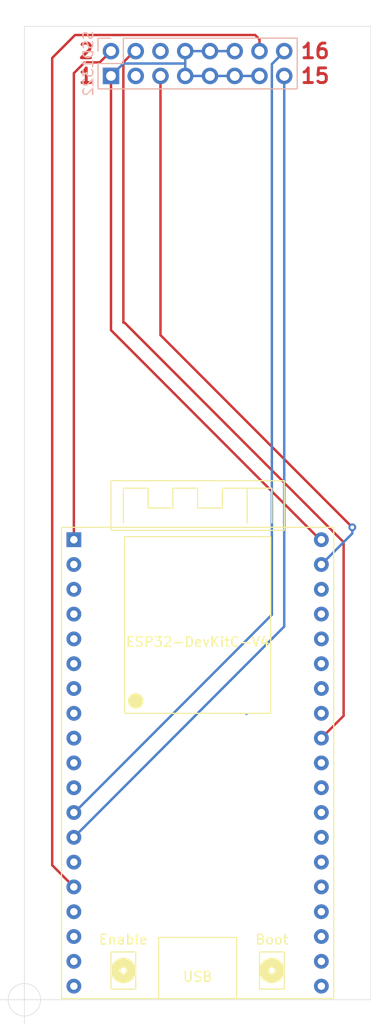
<source format=kicad_pcb>
(kicad_pcb (version 20171130) (host pcbnew 5.1.9)

  (general
    (thickness 1.6)
    (drawings 9)
    (tracks 36)
    (zones 0)
    (modules 2)
    (nets 1)
  )

  (page A4)
  (title_block
    (title Verbindungsplatine)
    (date 2021-03-26)
    (company "Oliver Jaksch")
  )

  (layers
    (0 F.Cu signal)
    (31 B.Cu signal)
    (32 B.Adhes user)
    (33 F.Adhes user)
    (34 B.Paste user)
    (35 F.Paste user)
    (36 B.SilkS user)
    (37 F.SilkS user)
    (38 B.Mask user)
    (39 F.Mask user)
    (40 Dwgs.User user)
    (41 Cmts.User user)
    (42 Eco1.User user)
    (43 Eco2.User user)
    (44 Edge.Cuts user)
    (45 Margin user)
    (46 B.CrtYd user)
    (47 F.CrtYd user)
    (48 B.Fab user)
    (49 F.Fab user)
  )

  (setup
    (last_trace_width 0.25)
    (trace_clearance 0.2)
    (zone_clearance 0.508)
    (zone_45_only no)
    (trace_min 0.2)
    (via_size 0.8)
    (via_drill 0.4)
    (via_min_size 0.4)
    (via_min_drill 0.3)
    (uvia_size 0.3)
    (uvia_drill 0.1)
    (uvias_allowed no)
    (uvia_min_size 0.2)
    (uvia_min_drill 0.1)
    (edge_width 0.05)
    (segment_width 0.2)
    (pcb_text_width 0.3)
    (pcb_text_size 1.5 1.5)
    (mod_edge_width 0.12)
    (mod_text_size 1 1)
    (mod_text_width 0.15)
    (pad_size 1.524 1.524)
    (pad_drill 0.762)
    (pad_to_mask_clearance 0)
    (aux_axis_origin 132.08 151.13)
    (grid_origin 132.08 151.13)
    (visible_elements FFFFFF7F)
    (pcbplotparams
      (layerselection 0x010fc_ffffffff)
      (usegerberextensions true)
      (usegerberattributes false)
      (usegerberadvancedattributes false)
      (creategerberjobfile false)
      (excludeedgelayer true)
      (linewidth 0.150000)
      (plotframeref false)
      (viasonmask false)
      (mode 1)
      (useauxorigin false)
      (hpglpennumber 1)
      (hpglpenspeed 20)
      (hpglpendiameter 15.000000)
      (psnegative false)
      (psa4output false)
      (plotreference true)
      (plotvalue true)
      (plotinvisibletext false)
      (padsonsilk true)
      (subtractmaskfromsilk false)
      (outputformat 1)
      (mirror false)
      (drillshape 0)
      (scaleselection 1)
      (outputdirectory "/tmp/x/pcbway"))
  )

  (net 0 "")

  (net_class Default "Dies ist die voreingestellte Netzklasse."
    (clearance 0.2)
    (trace_width 0.25)
    (via_dia 0.8)
    (via_drill 0.4)
    (uvia_dia 0.3)
    (uvia_drill 0.1)
  )

  (module _my_footprints:esp32_devkit_v4 (layer F.Cu) (tedit 6069B915) (tstamp 6069E94F)
    (at 149.86 104.013)
    (descr "ESPWROOM32, ESP32, 30 GPIOs version")
    (attr smd)
    (fp_text reference ESP32-DevKitC-V4 (at 0 10.47) (layer F.SilkS)
      (effects (font (size 1 1) (thickness 0.15)))
    )
    (fp_text value ESP32-DevKitC-V4 (at 0 8.7) (layer F.Fab)
      (effects (font (size 1 1) (thickness 0.15)))
    )
    (fp_circle (center 7.62 44.125) (end 7.92 44.125) (layer F.SilkS) (width 1))
    (fp_circle (center -7.62 44.125) (end -7.32 44.125) (layer F.SilkS) (width 1))
    (fp_line (start -6.35 42.22) (end -6.35 46.03) (layer F.SilkS) (width 0.12))
    (fp_line (start -8.89 42.22) (end -6.35 42.22) (layer F.SilkS) (width 0.12))
    (fp_line (start -8.89 46.03) (end -8.89 42.22) (layer F.SilkS) (width 0.12))
    (fp_line (start -6.35 46.03) (end -8.89 46.03) (layer F.SilkS) (width 0.12))
    (fp_line (start 6.35 46.03) (end 6.35 42.22) (layer F.SilkS) (width 0.12))
    (fp_line (start 8.89 46.03) (end 6.35 46.03) (layer F.SilkS) (width 0.12))
    (fp_line (start 8.89 42.22) (end 8.89 46.03) (layer F.SilkS) (width 0.12))
    (fp_line (start 6.35 42.22) (end 8.89 42.22) (layer F.SilkS) (width 0.12))
    (fp_circle (center -6.35 16.51) (end -5.95 16.51) (layer F.SilkS) (width 0.8))
    (fp_line (start -7.5 17.69) (end -7.5 -0.31) (layer F.SilkS) (width 0.12))
    (fp_line (start 7.5 17.78) (end -7.5 17.78) (layer F.SilkS) (width 0.12))
    (fp_line (start 7.5 -0.31) (end 7.5 17.69) (layer F.SilkS) (width 0.12))
    (fp_line (start -7.5 -0.31) (end 7.5 -0.31) (layer F.SilkS) (width 0.12))
    (fp_line (start 5.08 -5.278) (end 5.08 -1.722) (layer F.SilkS) (width 0.12))
    (fp_line (start 7.62 -5.278) (end 7.62 -1.722) (layer F.SilkS) (width 0.12))
    (fp_line (start 2.54 -5.278) (end 7.62 -5.278) (layer F.SilkS) (width 0.12))
    (fp_line (start 2.54 -3.246) (end 2.54 -5.278) (layer F.SilkS) (width 0.12))
    (fp_line (start 0 -3.246) (end 2.54 -3.246) (layer F.SilkS) (width 0.12))
    (fp_line (start 0 -5.278) (end 0 -3.246) (layer F.SilkS) (width 0.12))
    (fp_line (start -2.54 -5.278) (end 0 -5.278) (layer F.SilkS) (width 0.12))
    (fp_line (start -2.54 -3.246) (end -2.54 -5.278) (layer F.SilkS) (width 0.12))
    (fp_line (start -5.08 -3.246) (end -2.54 -3.246) (layer F.SilkS) (width 0.12))
    (fp_line (start -5.08 -5.278) (end -5.08 -3.246) (layer F.SilkS) (width 0.12))
    (fp_line (start -7.62 -5.278) (end -5.08 -5.278) (layer F.SilkS) (width 0.12))
    (fp_line (start -7.62 -1.722) (end -7.62 -5.278) (layer F.SilkS) (width 0.12))
    (fp_line (start -8.89 -0.96) (end -8.89 -6.04) (layer F.SilkS) (width 0.12))
    (fp_line (start 8.89 -0.96) (end -8.89 -0.96) (layer F.SilkS) (width 0.12))
    (fp_line (start 8.89 -6.04) (end 8.89 -0.96) (layer F.SilkS) (width 0.12))
    (fp_line (start -8.89 -6.04) (end 8.89 -6.04) (layer F.SilkS) (width 0.12))
    (fp_line (start -4 40.73) (end 4 40.73) (layer F.SilkS) (width 0.12))
    (fp_line (start 4 40.73) (end 4 46.99) (layer F.SilkS) (width 0.12))
    (fp_line (start -4 40.73) (end -4 46.99) (layer F.SilkS) (width 0.12))
    (fp_line (start -13.97 -1.27) (end 13.97 -1.27) (layer F.SilkS) (width 0.12))
    (fp_line (start -13.97 46.99) (end 13.97 46.99) (layer F.SilkS) (width 0.12))
    (fp_line (start -13.97 -1.27) (end -13.97 46.99) (layer F.SilkS) (width 0.12))
    (fp_line (start 13.97 46.99) (end 13.97 -1.27) (layer F.SilkS) (width 0.12))
    (fp_text user Enable (at -7.62 40.95) (layer F.SilkS)
      (effects (font (size 1 1) (thickness 0.15)))
    )
    (fp_text user Boot (at 7.62 40.95) (layer F.SilkS)
      (effects (font (size 1 1) (thickness 0.15)))
    )
    (fp_text user USB (at 0 44.76) (layer F.SilkS)
      (effects (font (size 1 1) (thickness 0.15)))
    )
    (pad 38 thru_hole circle (at 12.7 0) (size 1.524 1.524) (drill 0.762) (layers *.Cu *.Mask))
    (pad 37 thru_hole circle (at 12.7 2.54) (size 1.524 1.524) (drill 0.762) (layers *.Cu *.Mask))
    (pad 36 thru_hole circle (at 12.7 5.08) (size 1.524 1.524) (drill 0.762) (layers *.Cu *.Mask))
    (pad 35 thru_hole circle (at 12.7 7.62) (size 1.524 1.524) (drill 0.762) (layers *.Cu *.Mask))
    (pad 34 thru_hole circle (at 12.7 10.16) (size 1.524 1.524) (drill 0.762) (layers *.Cu *.Mask))
    (pad 33 thru_hole circle (at 12.7 12.7) (size 1.524 1.524) (drill 0.762) (layers *.Cu *.Mask))
    (pad 32 thru_hole circle (at 12.7 15.24) (size 1.524 1.524) (drill 0.762) (layers *.Cu *.Mask))
    (pad 31 thru_hole circle (at 12.7 17.78) (size 1.524 1.524) (drill 0.762) (layers *.Cu *.Mask))
    (pad 30 thru_hole circle (at 12.7 20.32) (size 1.524 1.524) (drill 0.762) (layers *.Cu *.Mask))
    (pad 29 thru_hole circle (at 12.7 22.86) (size 1.524 1.524) (drill 0.762) (layers *.Cu *.Mask))
    (pad 28 thru_hole circle (at 12.7 25.4) (size 1.524 1.524) (drill 0.762) (layers *.Cu *.Mask))
    (pad 27 thru_hole circle (at 12.7 27.94) (size 1.524 1.524) (drill 0.762) (layers *.Cu *.Mask))
    (pad 26 thru_hole circle (at 12.7 30.48) (size 1.524 1.524) (drill 0.762) (layers *.Cu *.Mask))
    (pad 25 thru_hole circle (at 12.7 33.02) (size 1.524 1.524) (drill 0.762) (layers *.Cu *.Mask))
    (pad 24 thru_hole circle (at 12.7 35.56) (size 1.524 1.524) (drill 0.762) (layers *.Cu *.Mask))
    (pad 15 thru_hole circle (at -12.7 35.56) (size 1.524 1.524) (drill 0.762) (layers *.Cu *.Mask))
    (pad 14 thru_hole circle (at -12.7 33.02) (size 1.524 1.524) (drill 0.762) (layers *.Cu *.Mask))
    (pad 13 thru_hole circle (at -12.7 30.48) (size 1.524 1.524) (drill 0.762) (layers *.Cu *.Mask))
    (pad 12 thru_hole circle (at -12.7 27.94) (size 1.524 1.524) (drill 0.762) (layers *.Cu *.Mask))
    (pad 11 thru_hole circle (at -12.7 25.4) (size 1.524 1.524) (drill 0.762) (layers *.Cu *.Mask))
    (pad 10 thru_hole circle (at -12.7 22.86) (size 1.524 1.524) (drill 0.762) (layers *.Cu *.Mask))
    (pad 9 thru_hole circle (at -12.7 20.32) (size 1.524 1.524) (drill 0.762) (layers *.Cu *.Mask))
    (pad 8 thru_hole circle (at -12.7 17.78) (size 1.524 1.524) (drill 0.762) (layers *.Cu *.Mask))
    (pad 7 thru_hole circle (at -12.7 15.24) (size 1.524 1.524) (drill 0.762) (layers *.Cu *.Mask))
    (pad 6 thru_hole circle (at -12.7 12.7) (size 1.524 1.524) (drill 0.762) (layers *.Cu *.Mask))
    (pad 5 thru_hole circle (at -12.7 10.16) (size 1.524 1.524) (drill 0.762) (layers *.Cu *.Mask))
    (pad 4 thru_hole circle (at -12.7 7.62) (size 1.524 1.524) (drill 0.762) (layers *.Cu *.Mask))
    (pad 3 thru_hole circle (at -12.7 5.08) (size 1.524 1.524) (drill 0.762) (layers *.Cu *.Mask))
    (pad 2 thru_hole circle (at -12.7 2.54) (size 1.524 1.524) (drill 0.762) (layers *.Cu *.Mask))
    (pad 1 thru_hole rect (at -12.7 0) (size 1.524 1.524) (drill 0.762) (layers *.Cu *.Mask))
    (pad 17 thru_hole circle (at -12.7 40.64) (size 1.524 1.524) (drill 0.762) (layers *.Cu *.Mask))
    (pad 18 thru_hole circle (at -12.7 43.18) (size 1.524 1.524) (drill 0.762) (layers *.Cu *.Mask))
    (pad 16 thru_hole circle (at -12.7 38.1) (size 1.524 1.524) (drill 0.762) (layers *.Cu *.Mask))
    (pad 19 thru_hole circle (at -12.7 45.72) (size 1.524 1.524) (drill 0.762) (layers *.Cu *.Mask))
    (pad 22 thru_hole circle (at 12.7 40.64) (size 1.524 1.524) (drill 0.762) (layers *.Cu *.Mask))
    (pad 20 thru_hole circle (at 12.7 45.72) (size 1.524 1.524) (drill 0.762) (layers *.Cu *.Mask))
    (pad 23 thru_hole circle (at 12.7 38.1) (size 1.524 1.524) (drill 0.762) (layers *.Cu *.Mask))
    (pad 21 thru_hole circle (at 12.7 43.18) (size 1.524 1.524) (drill 0.762) (layers *.Cu *.Mask))
    (model ${KISYS3DMOD}/Button_Switch_SMD.3dshapes/SW_SPST_B3U-1000P-B.wrl
      (offset (xyz 7.5 -43 4))
      (scale (xyz 1 1 1))
      (rotate (xyz 0 0 90))
    )
    (model ${KISYS3DMOD}/Button_Switch_SMD.3dshapes/SW_SPST_B3U-1000P-B.wrl
      (offset (xyz -7.5 -43 4))
      (scale (xyz 1 1 1))
      (rotate (xyz 0 0 90))
    )
    (model ${KISYS3DMOD}/Connector_PinHeader_2.54mm.3dshapes/PinHeader_1x15_P2.54mm_Vertical.wrl
      (offset (xyz -12.7 0 2.5))
      (scale (xyz 1 1 1))
      (rotate (xyz 0 180 0))
    )
    (model ${KISYS3DMOD}/Connector_PinHeader_2.54mm.3dshapes/PinHeader_1x15_P2.54mm_Vertical.wrl
      (offset (xyz 12.7 0 2.5))
      (scale (xyz 1 1 1))
      (rotate (xyz 0 180 0))
    )
    (model ${VL_PACKAGES3D}/esp32_devkit_v4.3dshapes/esp32_devkit_v4.step
      (offset (xyz -12.7 0 2.5))
      (scale (xyz 1 1 1))
      (rotate (xyz 0 0 0))
    )
    (model ${KISYS3DMOD}/Connector_USB.3dshapes/USB_Micro-B_Molex_47346-0001.wrl
      (offset (xyz 0 -42 4))
      (scale (xyz 1 1 1))
      (rotate (xyz 0 0 0))
    )
    (model ${KISYS3DMOD}/LED_SMD.3dshapes/LED_1206_3216Metric.wrl
      (offset (xyz -6 -23 4))
      (scale (xyz 1 1 1))
      (rotate (xyz 0 0 -90))
    )
    (model ${KISYS3DMOD}/LED_SMD.3dshapes/LED_1206_3216Metric.wrl
      (offset (xyz 6 -23 4))
      (scale (xyz 1 1 1))
      (rotate (xyz 0 0 -90))
    )
    (model ${KISYS3DMOD}/Capacitor_Tantalum_SMD.3dshapes/CP_EIA-2012-15_AVX-P.wrl
      (offset (xyz -6.5 -27.5 4))
      (scale (xyz 1 1 1))
      (rotate (xyz 0 0 0))
    )
    (model ${KISYS3DMOD}/Package_TO_SOT_SMD.3dshapes/SOT-223.wrl
      (offset (xyz -6 -33 4))
      (scale (xyz 1 1 1))
      (rotate (xyz 0 0 -180))
    )
    (model ${KISYS3DMOD}/Resistor_SMD.3dshapes/R_0603_1608Metric.wrl
      (offset (xyz -7 -38.5 4))
      (scale (xyz 1 1 1))
      (rotate (xyz 0 0 0))
    )
    (model ${KISYS3DMOD}/Resistor_SMD.3dshapes/R_0603_1608Metric.wrl
      (offset (xyz 8.5 -38.5 4))
      (scale (xyz 1 1 1))
      (rotate (xyz 0 0 0))
    )
    (model ${KISYS3DMOD}/Resistor_SMD.3dshapes/R_0603_1608Metric.wrl
      (offset (xyz 5.5 -38.5 4))
      (scale (xyz 1 1 1))
      (rotate (xyz 0 0 0))
    )
    (model ${KISYS3DMOD}/Package_TO_SOT_SMD.3dshapes/SOT-23.wrl
      (offset (xyz -0.5 -27.5 4))
      (scale (xyz 1 1 1))
      (rotate (xyz 0 0 0))
    )
    (model ${KISYS3DMOD}/Package_TO_SOT_SMD.3dshapes/SOT-23.wrl
      (offset (xyz 6 -27.5 4))
      (scale (xyz 1 1 1))
      (rotate (xyz 0 0 -180))
    )
    (model ${KISYS3DMOD}/Resistor_SMD.3dshapes/R_0603_1608Metric.wrl
      (offset (xyz 9 -27.5 4))
      (scale (xyz 1 1 1))
      (rotate (xyz 0 0 90))
    )
    (model ${KISYS3DMOD}/Resistor_SMD.3dshapes/R_0603_1608Metric.wrl
      (offset (xyz -3.5 -27.5 4))
      (scale (xyz 1 1 1))
      (rotate (xyz 0 0 90))
    )
    (model ${KISYS3DMOD}/Capacitor_SMD.3dshapes/C_0603_1608Metric.wrl
      (offset (xyz -0.5 -38.5 4))
      (scale (xyz 1 1 1))
      (rotate (xyz 0 0 0))
    )
    (model ${KISYS3DMOD}/Diode_SMD.3dshapes/D_0603_1608Metric.wrl
      (offset (xyz -3 -38.5 4))
      (scale (xyz 1 1 1))
      (rotate (xyz 0 0 0))
    )
    (model ${KISYS3DMOD}/Resistor_SMD.3dshapes/R_0603_1608Metric.wrl
      (offset (xyz -3 -23 4))
      (scale (xyz 1 1 1))
      (rotate (xyz 0 0 90))
    )
    (model ${KISYS3DMOD}/Resistor_SMD.3dshapes/R_0603_1608Metric.wrl
      (offset (xyz -1.5 -23 4))
      (scale (xyz 1 1 1))
      (rotate (xyz 0 0 90))
    )
    (model ${KISYS3DMOD}/Resistor_SMD.3dshapes/R_0603_1608Metric.wrl
      (offset (xyz 0 -23 4))
      (scale (xyz 1 1 1))
      (rotate (xyz 0 0 90))
    )
    (model ${KISYS3DMOD}/Resistor_SMD.3dshapes/R_0603_1608Metric.wrl
      (offset (xyz 1.5 -23 4))
      (scale (xyz 1 1 1))
      (rotate (xyz 0 0 90))
    )
    (model ${KISYS3DMOD}/Resistor_SMD.3dshapes/R_0603_1608Metric.wrl
      (offset (xyz 3 -23 4))
      (scale (xyz 1 1 1))
      (rotate (xyz 0 0 90))
    )
    (model ${KISYS3DMOD}/Package_DFN_QFN.3dshapes/QFN-28-1EP_5x5mm_P0.5mm_EP3.35x3.35mm.wrl
      (offset (xyz 7 -33.5 4))
      (scale (xyz 1 1 1))
      (rotate (xyz 0 0 0))
    )
    (model ${KISYS3DMOD}/Resistor_SMD.3dshapes/R_0603_1608Metric.wrl
      (offset (xyz 8.5 -22 4))
      (scale (xyz 1 1 1))
      (rotate (xyz 0 0 0))
    )
    (model ${KISYS3DMOD}/Resistor_SMD.3dshapes/R_0603_1608Metric.wrl
      (offset (xyz 8.5 -24 4))
      (scale (xyz 1 1 1))
      (rotate (xyz 0 0 0))
    )
    (model ${KISYS3DMOD}/Capacitor_SMD.3dshapes/C_0603_1608Metric.wrl
      (offset (xyz -8.5 -22 4))
      (scale (xyz 1 1 1))
      (rotate (xyz 0 0 0))
    )
    (model ${KISYS3DMOD}/Capacitor_SMD.3dshapes/C_0603_1608Metric.wrl
      (offset (xyz -8.5 -24 4))
      (scale (xyz 1 1 1))
      (rotate (xyz 0 0 0))
    )
    (model ${KISYS3DMOD}/RF_Module.3dshapes/ESP32-WROOM-32.wrl
      (offset (xyz 0 -10 4))
      (scale (xyz 1 1 1))
      (rotate (xyz 0 0 0))
    )
  )

  (module Pin_Headers:Pin_Header_Straight_2x08_Pitch2.54mm (layer B.Cu) (tedit 605C3FD7) (tstamp 605C3267)
    (at 140.97 53.975 270)
    (descr "Through hole straight pin header, 2x08, 2.54mm pitch, double rows")
    (tags "Through hole pin header THT 2x08 2.54mm double row")
    (fp_text reference SSD1322 (at 1.27 2.33 90) (layer B.SilkS)
      (effects (font (size 1 1) (thickness 0.15)) (justify mirror))
    )
    (fp_text value Pin_Header_2x08 (at 1.27 -20.11 90) (layer B.Fab)
      (effects (font (size 1 1) (thickness 0.15)) (justify mirror))
    )
    (fp_line (start 4.35 1.8) (end -1.8 1.8) (layer B.CrtYd) (width 0.05))
    (fp_line (start 4.35 -19.55) (end 4.35 1.8) (layer B.CrtYd) (width 0.05))
    (fp_line (start -1.8 -19.55) (end 4.35 -19.55) (layer B.CrtYd) (width 0.05))
    (fp_line (start -1.8 1.8) (end -1.8 -19.55) (layer B.CrtYd) (width 0.05))
    (fp_line (start -1.33 1.33) (end 0 1.33) (layer B.SilkS) (width 0.12))
    (fp_line (start -1.33 0) (end -1.33 1.33) (layer B.SilkS) (width 0.12))
    (fp_line (start 1.27 1.33) (end 3.87 1.33) (layer B.SilkS) (width 0.12))
    (fp_line (start 1.27 -1.27) (end 1.27 1.33) (layer B.SilkS) (width 0.12))
    (fp_line (start -1.33 -1.27) (end 1.27 -1.27) (layer B.SilkS) (width 0.12))
    (fp_line (start 3.87 1.33) (end 3.87 -19.11) (layer B.SilkS) (width 0.12))
    (fp_line (start -1.33 -1.27) (end -1.33 -19.11) (layer B.SilkS) (width 0.12))
    (fp_line (start -1.33 -19.11) (end 3.87 -19.11) (layer B.SilkS) (width 0.12))
    (fp_line (start -1.27 0) (end 0 1.27) (layer B.Fab) (width 0.1))
    (fp_line (start -1.27 -19.05) (end -1.27 0) (layer B.Fab) (width 0.1))
    (fp_line (start 3.81 -19.05) (end -1.27 -19.05) (layer B.Fab) (width 0.1))
    (fp_line (start 3.81 1.27) (end 3.81 -19.05) (layer B.Fab) (width 0.1))
    (fp_line (start 0 1.27) (end 3.81 1.27) (layer B.Fab) (width 0.1))
    (fp_text user %R (at 1.27 -8.89 180) (layer B.Fab)
      (effects (font (size 1 1) (thickness 0.15)) (justify mirror))
    )
    (pad 1 thru_hole rect (at 2.54 0 270) (size 1.7 1.7) (drill 1) (layers *.Cu *.Mask))
    (pad 2 thru_hole oval (at 0 0 270) (size 1.7 1.7) (drill 1) (layers *.Cu *.Mask))
    (pad 4 thru_hole oval (at 0 -2.54 270) (size 1.7 1.7) (drill 1) (layers *.Cu *.Mask))
    (pad 3 thru_hole oval (at 2.54 -2.54 270) (size 1.7 1.7) (drill 1) (layers *.Cu *.Mask))
    (pad 6 thru_hole oval (at 0 -5.08 270) (size 1.7 1.7) (drill 1) (layers *.Cu *.Mask))
    (pad 5 thru_hole oval (at 2.54 -5.08 270) (size 1.7 1.7) (drill 1) (layers *.Cu *.Mask))
    (pad 8 thru_hole oval (at 0 -7.62 270) (size 1.7 1.7) (drill 1) (layers *.Cu *.Mask))
    (pad 7 thru_hole oval (at 2.54 -7.62 270) (size 1.7 1.7) (drill 1) (layers *.Cu *.Mask))
    (pad 10 thru_hole oval (at 0 -10.16 270) (size 1.7 1.7) (drill 1) (layers *.Cu *.Mask))
    (pad 9 thru_hole oval (at 2.54 -10.16 270) (size 1.7 1.7) (drill 1) (layers *.Cu *.Mask))
    (pad 12 thru_hole oval (at 0 -12.7 270) (size 1.7 1.7) (drill 1) (layers *.Cu *.Mask))
    (pad 11 thru_hole oval (at 2.54 -12.7 270) (size 1.7 1.7) (drill 1) (layers *.Cu *.Mask))
    (pad 14 thru_hole oval (at 0 -15.24 270) (size 1.7 1.7) (drill 1) (layers *.Cu *.Mask))
    (pad 13 thru_hole oval (at 2.54 -15.24 270) (size 1.7 1.7) (drill 1) (layers *.Cu *.Mask))
    (pad 16 thru_hole oval (at 0 -17.78 270) (size 1.7 1.7) (drill 1) (layers *.Cu *.Mask))
    (pad 15 thru_hole oval (at 2.54 -17.78 270) (size 1.7 1.7) (drill 1) (layers *.Cu *.Mask))
    (model ${KISYS3DMOD}/Pin_Headers.3dshapes/Pin_Header_Straight_2x08_Pitch2.54mm.wrl
      (at (xyz 0 0 0))
      (scale (xyz 1 1 1))
      (rotate (xyz 0 0 0))
    )
  )

  (gr_line (start 167.64 151.13) (end 167.64 51.435) (layer Edge.Cuts) (width 0.05) (tstamp 605C8505))
  (gr_line (start 132.08 51.435) (end 132.08 151.13) (layer Edge.Cuts) (width 0.05) (tstamp 605C8503))
  (gr_line (start 167.64 51.435) (end 132.08 51.435) (layer Edge.Cuts) (width 0.05))
  (gr_line (start 132.08 151.13) (end 167.64 151.13) (layer Edge.Cuts) (width 0.05))
  (target plus (at 132.08 151.13) (size 5) (width 0.05) (layer Edge.Cuts) (tstamp 605C8403))
  (gr_text 16 (at 161.925 53.975) (layer F.Cu)
    (effects (font (size 1.5 1.5) (thickness 0.3)))
  )
  (gr_text 15 (at 161.925 56.515) (layer F.Cu)
    (effects (font (size 1.5 1.5) (thickness 0.3)))
  )
  (gr_text 2 (at 138.43 53.975) (layer F.Cu)
    (effects (font (size 1.5 1.5) (thickness 0.3)))
  )
  (gr_text 1 (at 138.43 56.515) (layer F.Cu)
    (effects (font (size 1.5 1.5) (thickness 0.3)))
  )

  (segment (start 156.21 56.515) (end 148.59 56.515) (width 0.25) (layer B.Cu) (net 0))
  (segment (start 148.59 53.975) (end 153.67 53.975) (width 0.25) (layer B.Cu) (net 0))
  (segment (start 140.97 82.55) (end 162.56 104.14) (width 0.25) (layer F.Cu) (net 0))
  (segment (start 140.97 56.515) (end 140.97 82.55) (width 0.25) (layer F.Cu) (net 0))
  (segment (start 138.269706 55.128581) (end 137.16 56.238287) (width 0.25) (layer F.Cu) (net 0))
  (segment (start 139.816419 55.128581) (end 138.269706 55.128581) (width 0.25) (layer F.Cu) (net 0))
  (segment (start 137.16 56.238287) (end 137.16 104.14) (width 0.25) (layer F.Cu) (net 0))
  (segment (start 140.97 53.975) (end 139.816419 55.128581) (width 0.25) (layer F.Cu) (net 0))
  (segment (start 142.24 55.118) (end 142.24 81.788) (width 0.25) (layer F.Cu) (net 0))
  (segment (start 142.367 81.788) (end 164.846 104.267) (width 0.25) (layer F.Cu) (net 0))
  (segment (start 164.846 122.047) (end 162.56 124.333) (width 0.25) (layer F.Cu) (net 0))
  (segment (start 164.846 104.267) (end 164.846 122.047) (width 0.25) (layer F.Cu) (net 0))
  (segment (start 165.735 102.743) (end 165.735 102.743) (width 0.25) (layer B.Cu) (net 0))
  (segment (start 165.735 103.378) (end 162.56 106.553) (width 0.25) (layer B.Cu) (net 0))
  (segment (start 146.05 83.058) (end 165.735 102.743) (width 0.25) (layer F.Cu) (net 0))
  (segment (start 146.05 56.515) (end 146.05 83.058) (width 0.25) (layer F.Cu) (net 0))
  (segment (start 142.24 55.245) (end 140.97 56.515) (width 0.25) (layer B.Cu) (net 0))
  (segment (start 148.59 55.245) (end 142.24 55.245) (width 0.25) (layer B.Cu) (net 0))
  (segment (start 148.59 53.975) (end 148.59 55.245) (width 0.25) (layer B.Cu) (net 0))
  (segment (start 148.59 55.245) (end 148.59 56.515) (width 0.25) (layer B.Cu) (net 0))
  (segment (start 165.735 102.743) (end 165.735 103.378) (width 0.25) (layer B.Cu) (net 0) (tstamp 6069FE05))
  (via (at 165.735 102.743) (size 0.8) (drill 0.4) (layers F.Cu B.Cu) (net 0))
  (segment (start 154.8765 121.8565) (end 154.8765 121.8565) (width 0.25) (layer B.Cu) (net 0))
  (segment (start 158.75 112.903) (end 137.16 134.493) (width 0.25) (layer B.Cu) (net 0))
  (segment (start 158.75 56.515) (end 158.75 112.903) (width 0.25) (layer B.Cu) (net 0))
  (segment (start 157.48 55.3085) (end 157.48 111.6965) (width 0.25) (layer B.Cu) (net 0))
  (segment (start 158.8135 53.975) (end 157.48 55.3085) (width 0.25) (layer B.Cu) (net 0))
  (segment (start 157.48 111.6965) (end 137.2235 131.953) (width 0.25) (layer B.Cu) (net 0))
  (segment (start 157.48 111.6965) (end 157.4165 111.6965) (width 0.25) (layer B.Cu) (net 0))
  (segment (start 142.24 55.118) (end 143.383 53.975) (width 0.25) (layer F.Cu) (net 0))
  (segment (start 156.21 52.7685) (end 156.21 53.975) (width 0.25) (layer F.Cu) (net 0))
  (segment (start 155.7655 52.324) (end 156.21 52.7685) (width 0.25) (layer F.Cu) (net 0))
  (segment (start 137.286089 52.324) (end 155.7655 52.324) (width 0.25) (layer F.Cu) (net 0))
  (segment (start 134.9375 137.3505) (end 134.9375 54.672589) (width 0.25) (layer F.Cu) (net 0))
  (segment (start 134.9375 54.672589) (end 137.286089 52.324) (width 0.25) (layer F.Cu) (net 0))
  (segment (start 137.16 139.573) (end 134.9375 137.3505) (width 0.25) (layer F.Cu) (net 0))

)

</source>
